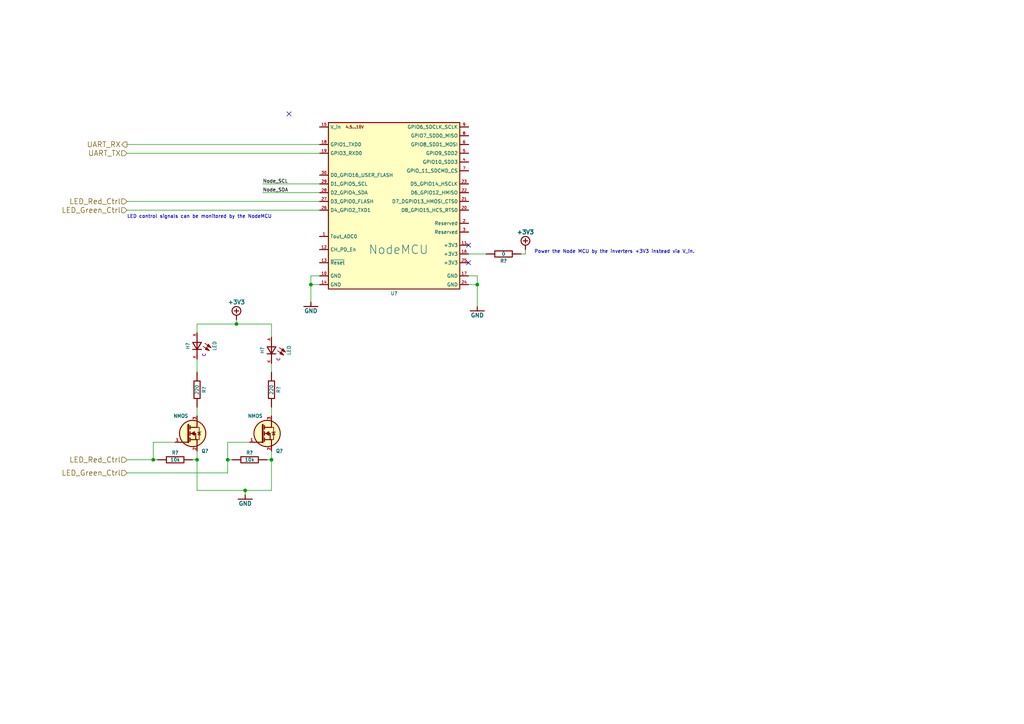
<source format=kicad_sch>
(kicad_sch (version 20211123) (generator eeschema)
  (paper "A4")
  (lib_symbols
    (symbol "NodeMCU:NodeMCU"
      (property "Reference" "U" (at 0 -25.4 0))
      (property "Value" "NodeMCU" (at 1.27 -12.7 0))
      (symbol "NodeMCU_0_0"
        (rectangle (start -19.05 24.13) (end 19.05 -24.13) (stroke (width 0.3048)) (fill (type background)))
        (polyline (pts (xy -21.59 -22.86) (xy -19.05 -22.86)) (stroke (width 0.3048)))
        (polyline (pts (xy -21.59 -20.32) (xy -19.05 -20.32)) (stroke (width 0.3048)))
        (polyline (pts (xy -21.59 -16.51) (xy -19.05 -16.51)) (stroke (width 0.3048)))
        (polyline (pts (xy -21.59 -12.7) (xy -19.05 -12.7)) (stroke (width 0.3048)))
        (polyline (pts (xy -21.59 -8.89) (xy -19.05 -8.89)) (stroke (width 0.3048)))
        (polyline (pts (xy -21.59 -1.27) (xy -19.05 -1.27)) (stroke (width 0.3048)))
        (polyline (pts (xy -21.59 1.27) (xy -19.05 1.27)) (stroke (width 0.3048)))
        (polyline (pts (xy -21.59 3.81) (xy -19.05 3.81)) (stroke (width 0.3048)))
        (polyline (pts (xy -21.59 6.35) (xy -19.05 6.35)) (stroke (width 0.3048)))
        (polyline (pts (xy -21.59 8.89) (xy -19.05 8.89)) (stroke (width 0.3048)))
        (polyline (pts (xy -21.59 15.24) (xy -19.05 15.24)) (stroke (width 0.3048)))
        (polyline (pts (xy -21.59 17.78) (xy -19.05 17.78)) (stroke (width 0.3048)))
        (polyline (pts (xy -21.59 22.86) (xy -19.05 22.86)) (stroke (width 0.3048)))
        (polyline (pts (xy 19.05 -22.86) (xy 21.59 -22.86)) (stroke (width 0.3048)))
        (polyline (pts (xy 19.05 -20.32) (xy 21.59 -20.32)) (stroke (width 0.3048)))
        (polyline (pts (xy 19.05 -16.51) (xy 21.59 -16.51)) (stroke (width 0.3048)))
        (polyline (pts (xy 19.05 -13.97) (xy 21.59 -13.97)) (stroke (width 0.3048)))
        (polyline (pts (xy 19.05 -11.43) (xy 21.59 -11.43)) (stroke (width 0.3048)))
        (polyline (pts (xy 19.05 -7.62) (xy 21.59 -7.62)) (stroke (width 0.3048)))
        (polyline (pts (xy 19.05 -5.08) (xy 21.59 -5.08)) (stroke (width 0.3048)))
        (polyline (pts (xy 19.05 -1.27) (xy 21.59 -1.27)) (stroke (width 0.3048)))
        (polyline (pts (xy 19.05 1.27) (xy 21.59 1.27)) (stroke (width 0.3048)))
        (polyline (pts (xy 19.05 3.81) (xy 21.59 3.81)) (stroke (width 0.3048)))
        (polyline (pts (xy 19.05 6.35) (xy 21.59 6.35)) (stroke (width 0.3048)))
        (polyline (pts (xy 19.05 10.16) (xy 21.59 10.16)) (stroke (width 0.3048)))
        (polyline (pts (xy 19.05 12.7) (xy 21.59 12.7)) (stroke (width 0.3048)))
        (polyline (pts (xy 19.05 15.24) (xy 21.59 15.24)) (stroke (width 0.3048)))
        (polyline (pts (xy 19.05 17.78) (xy 21.59 17.78)) (stroke (width 0.3048)))
        (polyline (pts (xy 19.05 20.32) (xy 21.59 20.32)) (stroke (width 0.3048)))
        (polyline (pts (xy 19.05 22.86) (xy 21.59 22.86)) (stroke (width 0.3048)))
        (text "4.5…10V" (at -11.43 22.86 0) (effects (font (size 0.8 0.8))))
      )
      (symbol "NodeMCU_1_1"
        (pin input line (at -21.59 -8.89 0) (length 2.54) (name "Tout_ADC0") (number "1"))
        (pin power_in line (at -21.59 -20.32 0) (length 2.54) (name "GND") (number "10"))
        (pin power_out line (at 21.59 -11.43 180) (length 2.54) (name "+3V3") (number "11"))
        (pin input line (at -21.59 -12.7 0) (length 2.54) (name "CH_PD_En") (number "12"))
        (pin input line (at -21.59 -16.51 0) (length 2.54) (name "~{Reset}") (number "13"))
        (pin power_in line (at -21.59 -22.86 0) (length 2.54) (name "GND") (number "14"))
        (pin power_in line (at -21.59 22.86 0) (length 2.54) (name "V_in") (number "15"))
        (pin power_out line (at 21.59 -13.97 180) (length 2.54) (name "+3V3") (number "16"))
        (pin power_in line (at 21.59 -20.32 180) (length 2.54) (name "GND") (number "17"))
        (pin bidirectional line (at -21.59 17.78 0) (length 2.54) (name "GPIO1_TXD0") (number "18"))
        (pin bidirectional line (at -21.59 15.24 0) (length 2.54) (name "GPIO3_RXD0") (number "19"))
        (pin passive line (at 21.59 -5.08 180) (length 2.54) (name "Reserved") (number "2"))
        (pin bidirectional line (at 21.59 -1.27 180) (length 2.54) (name "D8_GPIO15_HCS_RTS0") (number "20"))
        (pin bidirectional line (at 21.59 1.27 180) (length 2.54) (name "D7_DGPIO13_HMOSI_CTS0") (number "21"))
        (pin bidirectional line (at 21.59 3.81 180) (length 2.54) (name "D6_GPIO12_HMISO") (number "22"))
        (pin bidirectional line (at 21.59 6.35 180) (length 2.54) (name "D5_GPIO14_HSCLK") (number "23"))
        (pin power_in line (at 21.59 -22.86 180) (length 2.54) (name "GND") (number "24"))
        (pin power_out line (at 21.59 -16.51 180) (length 2.54) (name "+3V3") (number "25"))
        (pin bidirectional line (at -21.59 -1.27 0) (length 2.54) (name "D4_GPIO2_TXD1") (number "26"))
        (pin bidirectional line (at -21.59 1.27 0) (length 2.54) (name "D3_GPIO0_FLASH") (number "27"))
        (pin bidirectional line (at -21.59 3.81 0) (length 2.54) (name "D2_GPIO4_SDA") (number "28"))
        (pin bidirectional line (at -21.59 6.35 0) (length 2.54) (name "D1_GPIO5_SCL") (number "29"))
        (pin passive line (at 21.59 -7.62 180) (length 2.54) (name "Reserved") (number "3"))
        (pin bidirectional line (at -21.59 8.89 0) (length 2.54) (name "D0_GPIO16_USER_FLASH") (number "30"))
        (pin bidirectional line (at 21.59 12.7 180) (length 2.54) (name "GPIO10_SDD3") (number "4"))
        (pin bidirectional line (at 21.59 15.24 180) (length 2.54) (name "GPIO9_SDD2") (number "5"))
        (pin bidirectional line (at 21.59 17.78 180) (length 2.54) (name "GPIO8_SDD1_MOSI") (number "6"))
        (pin bidirectional line (at 21.59 10.16 180) (length 2.54) (name "GPIO_11_SDCMD_CS") (number "7"))
        (pin bidirectional line (at 21.59 20.32 180) (length 2.54) (name "GPIO7_SDD0_MISO") (number "8"))
        (pin bidirectional line (at 21.59 22.86 180) (length 2.54) (name "GPIO6_SDCLK_SCLK") (number "9"))
      )
    )
    (symbol "OSSI_standard_components:+3V3" (power) (pin_names (offset 0))
      (property "Value" "+3V3" (at 0 5.08 0))
      (symbol "+3V3_1_0"
        (polyline (pts (xy -0.635 2.54) (xy 0.635 2.54)) (stroke (width 0.3048)))
        (polyline (pts (xy 0 1.27) (xy 0 0)) (stroke (width 0.3048)))
        (polyline (pts (xy 0 3.175) (xy 0 1.905)) (stroke (width 0.3048)))
        (circle (center 0 2.54) (radius 1.27) (stroke (width 0.3048)))
        (pin power_in line (at 0 0 90) (length 0) hide (name "+3V3") (number "1"))
      )
    )
    (symbol "OSSI_standard_components:GND" (power) (pin_names (offset 0))
      (property "Value" "GND" (at 0 -2.54 0))
      (symbol "GND_0_0"
        (polyline (pts (xy -2.032 -1.27) (xy 2.032 -1.27)) (stroke (width 0.3048)))
        (polyline (pts (xy 0 -1.27) (xy 0 0)) (stroke (width 0.3048)))
        (pin power_in line (at 0 0 270) (length 0) hide (name "GND") (number "1"))
      )
    )
    (symbol "OSSI_standard_components:LED" (pin_names (offset 1.016) hide)
      (property "Reference" "H" (at 0 -2.667 0))
      (property "Value" "LED" (at 0 5.08 0))
      (property "Color" "C" (at 2.032 2.032 0))
      (symbol "LED_0_0"
        (polyline (pts (xy -0.762 2.286) (xy 0.508 4.064)) (stroke (width 0.2032)) (fill (type outline)))
        (polyline (pts (xy -3.81 0) (xy 1.016 0) (xy 3.81 0)) (stroke (width 0.3048)))
        (polyline (pts (xy 0.127 2.921) (xy -0.508 3.302) (xy 0.508 4.064) (xy 0.127 2.921)) (stroke (width 0.2032)) (fill (type outline)))
        (polyline (pts (xy 1.016 1.27) (xy 1.016 0) (xy -1.016 1.27) (xy -1.016 -1.27) (xy 1.016 0) (xy 1.016 -1.27)) (stroke (width 0.3048)))
        (pin passive line (at -3.81 0 0) (length 1.27) (name "A") (number "A"))
        (pin passive line (at 3.81 0 180) (length 1.27) (name "K") (number "K"))
      )
      (symbol "LED_1_1"
        (polyline (pts (xy 0.127 1.778) (xy 1.397 3.556)) (stroke (width 0.2032)) (fill (type outline)))
        (polyline (pts (xy 1.016 2.413) (xy 0.381 2.794) (xy 1.397 3.556) (xy 1.016 2.413)) (stroke (width 0.2032)) (fill (type outline)))
      )
    )
    (symbol "OSSI_standard_components:NMOS" (pin_names (offset 1.016) hide)
      (property "Reference" "Q" (at 0 -5.08 0))
      (property "Value" "NMOS" (at 0 5.08 0))
      (symbol "NMOS_0_0"
        (polyline (pts (xy 0 -2.54) (xy -3.81 -2.54)) (stroke (width 0.3048)))
        (polyline (pts (xy 0 2.54) (xy 0 -2.54)) (stroke (width 0.508)))
        (polyline (pts (xy 0.508 -1.27) (xy 0.508 -2.286)) (stroke (width 0.3048)))
        (polyline (pts (xy 0.508 0.508) (xy 0.508 -0.508)) (stroke (width 0.3048)))
        (polyline (pts (xy 0.508 2.286) (xy 0.508 1.27)) (stroke (width 0.3048)))
        (polyline (pts (xy 2.159 -1.778) (xy 2.159 0)) (stroke (width 0.3048)))
        (polyline (pts (xy 2.159 0) (xy 0.508 0)) (stroke (width 0.3048)))
        (polyline (pts (xy 0.508 -1.778) (xy 2.54 -1.778) (xy 2.54 -5.08)) (stroke (width 0.3048)))
        (polyline (pts (xy 0.508 1.778) (xy 2.54 1.778) (xy 2.54 5.08)) (stroke (width 0.3048)))
        (polyline (pts (xy 1.016 0) (xy 1.778 0.508) (xy 1.778 -0.508) (xy 1.016 0)) (stroke (width 0.3048)) (fill (type outline)))
        (polyline (pts (xy 2.54 -1.778) (xy 3.175 -1.778) (xy 3.175 1.778) (xy 2.54 1.778)) (stroke (width 0.2032)))
        (polyline (pts (xy 3.175 0.381) (xy 2.794 -0.381) (xy 3.556 -0.381) (xy 3.175 0.381)) (stroke (width 0.2032)))
        (polyline (pts (xy 3.683 0.508) (xy 3.556 0.381) (xy 2.794 0.381) (xy 2.667 0.254)) (stroke (width 0.2032)))
        (circle (center 1.27 0) (radius 3.81) (stroke (width 0.3048)) (fill (type background)))
        (pin input line (at -3.81 -2.54 0) (length 1.27) (name "G") (number "1"))
      )
      (symbol "NMOS_1_0"
        (pin passive line (at 2.54 -5.08 90) (length 1.27) (name "S") (number "2"))
        (pin passive line (at 2.54 5.08 270) (length 1.27) (name "D") (number "3"))
      )
    )
    (symbol "OSSI_standard_components:Resistor" (pin_numbers hide) (pin_names (offset 1.016) hide)
      (property "Reference" "R" (at 0 -2.032 0))
      (property "Value" "Resistor" (at 0 0 0))
      (symbol "Resistor_0_0"
        (rectangle (start -2.54 0.889) (end 2.54 -0.889) (stroke (width 0.3048)))
        (polyline (pts (xy -2.54 0) (xy -5.08 0)) (stroke (width 0.3048)))
        (polyline (pts (xy 5.08 0) (xy 2.54 0)) (stroke (width 0.3048)))
      )
      (symbol "Resistor_1_1"
        (pin passive line (at -5.08 0 0) (length 0) (name "1") (number "1"))
        (pin passive line (at 5.08 0 180) (length 0) (name "2") (number "2"))
      )
    )
  )
  (junction (at 68.58 93.98))
  (junction (at 71.12 142.24))
  (junction (at 44.45 133.35))
  (junction (at 90.17 82.55))
  (junction (at 66.04 133.35))
  (junction (at 138.43 82.55))
  (junction (at 57.15 133.35))
  (junction (at 78.74 133.35))
  (no_connect (at 135.89 71.12))
  (no_connect (at 135.89 76.2))
  (no_connect (at 83.82 33.02))
  (wire (pts (xy 55.88 133.35) (xy 57.15 133.35)))
  (wire (pts (xy 78.74 93.98) (xy 78.74 97.79)))
  (wire (pts (xy 57.15 133.35) (xy 57.15 130.81)))
  (wire (pts (xy 68.58 93.98) (xy 78.74 93.98)))
  (wire (pts (xy 138.43 88.9) (xy 138.43 82.55)))
  (wire (pts (xy 57.15 133.35) (xy 57.15 142.24)))
  (wire (pts (xy 57.15 107.95) (xy 57.15 104.14)))
  (wire (pts (xy 138.43 82.55) (xy 138.43 80.01)))
  (wire (pts (xy 92.71 80.01) (xy 90.17 80.01)))
  (wire (pts (xy 66.04 137.16) (xy 66.04 133.35)))
  (wire (pts (xy 71.12 142.24) (xy 71.12 143.51)))
  (wire (pts (xy 57.15 120.65) (xy 57.15 118.11)))
  (wire (pts (xy 36.83 60.96) (xy 92.71 60.96)))
  (wire (pts (xy 36.83 41.91) (xy 92.71 41.91)))
  (wire (pts (xy 76.2 53.34) (xy 92.71 53.34)))
  (wire (pts (xy 36.83 44.45) (xy 92.71 44.45)))
  (wire (pts (xy 44.45 133.35) (xy 45.72 133.35)))
  (wire (pts (xy 66.04 133.35) (xy 67.31 133.35)))
  (wire (pts (xy 78.74 118.11) (xy 78.74 120.65)))
  (wire (pts (xy 135.89 73.66) (xy 140.97 73.66)))
  (wire (pts (xy 77.47 133.35) (xy 78.74 133.35)))
  (wire (pts (xy 152.4 72.39) (xy 152.4 73.66)))
  (wire (pts (xy 152.4 73.66) (xy 151.13 73.66)))
  (wire (pts (xy 71.12 142.24) (xy 78.74 142.24)))
  (wire (pts (xy 90.17 80.01) (xy 90.17 82.55)))
  (wire (pts (xy 57.15 93.98) (xy 68.58 93.98)))
  (wire (pts (xy 57.15 96.52) (xy 57.15 93.98)))
  (wire (pts (xy 138.43 80.01) (xy 135.89 80.01)))
  (wire (pts (xy 78.74 142.24) (xy 78.74 133.35)))
  (wire (pts (xy 50.8 128.27) (xy 44.45 128.27)))
  (wire (pts (xy 57.15 142.24) (xy 71.12 142.24)))
  (wire (pts (xy 66.04 128.27) (xy 66.04 133.35)))
  (wire (pts (xy 78.74 133.35) (xy 78.74 130.81)))
  (wire (pts (xy 90.17 82.55) (xy 90.17 87.63)))
  (wire (pts (xy 36.83 137.16) (xy 66.04 137.16)))
  (wire (pts (xy 76.2 55.88) (xy 92.71 55.88)))
  (wire (pts (xy 36.83 133.35) (xy 44.45 133.35)))
  (wire (pts (xy 78.74 105.41) (xy 78.74 107.95)))
  (wire (pts (xy 72.39 128.27) (xy 66.04 128.27)))
  (wire (pts (xy 90.17 82.55) (xy 92.71 82.55)))
  (wire (pts (xy 44.45 128.27) (xy 44.45 133.35)))
  (wire (pts (xy 68.58 92.71) (xy 68.58 93.98)))
  (wire (pts (xy 36.83 58.42) (xy 92.71 58.42)))
  (wire (pts (xy 135.89 82.55) (xy 138.43 82.55)))
  (text "LED control signals can be monitored by the NodeMCU" (at 36.83 63.5 0) (effects (font (size 0.9906 0.9906)) (justify left bottom)))
  (text "Power the Node MCU by the inverters +3V3 instead via V_in.\n" (at 154.94 73.66 0) (effects (font (size 0.9906 0.9906)) (justify left bottom)))
  (label "Node_SCL" (at 76.2 53.34 0) (effects (font (size 0.9906 0.9906))))
  (label "Node_SDA" (at 76.2 55.88 0) (effects (font (size 0.9906 0.9906))))
  (hierarchical_label "LED_Red_Ctrl" (shape input) (at 36.83 133.35 180) (effects (font (size 1.524 1.524))))
  (hierarchical_label "LED_Green_Ctrl" (shape input) (at 36.83 60.96 180) (effects (font (size 1.524 1.524))))
  (hierarchical_label "LED_Green_Ctrl" (shape input) (at 36.83 137.16 180) (effects (font (size 1.524 1.524))))
  (hierarchical_label "UART_TX" (shape input) (at 36.83 44.45 180) (effects (font (size 1.524 1.524))))
  (hierarchical_label "UART_RX" (shape output) (at 36.83 41.91 180) (effects (font (size 1.524 1.524))))
  (hierarchical_label "LED_Red_Ctrl" (shape input) (at 36.83 58.42 180) (effects (font (size 1.524 1.524))))
  (symbol (lib_id "OSSI_standard_components:Resistor") (at 57.15 113.03 90) (unit 1)
    (property "Reference" "R?" (at 59.182 113.03 0) (effects (font (size 0.9906 0.9906))))
    (property "Value" "220" (at 57.15 113.03 0) (effects (font (size 0.9906 0.9906))))
    (property "Tolerance" "%" (effects hide))
    (property "Manufacturer" "M" (effects hide))
    (property "Partnumber" "P" (effects hide))
    (property "Supplier" "S" (effects hide))
    (property "Order No." "O.No." (effects hide))
  )
  (symbol (lib_id "OSSI_standard_components:LED") (at 57.15 100.33 270) (unit 1)
    (property "Reference" "H?" (at 54.483 100.33 0) (effects (font (size 0.9906 0.9906))))
    (property "Value" "LED" (at 62.23 100.33 0) (effects (font (size 0.9906 0.9906))))
    (property "Color" "C" (at 59.182 102.362 0) (effects (font (size 0.889 0.889)) (justify left)))
    (property "Manufacturer" "M" (effects hide))
    (property "Partnumber" "P" (effects hide))
    (property "Supplier" "S" (effects hide))
    (property "Order No." "O.No." (effects hide))
  )
  (symbol (lib_id "OSSI_standard_components:+3V3") (at 68.58 92.71 0) (unit 1)
    (property "Reference" "#PWR?" (effects hide))
    (property "Value" "+3V3" (at 68.58 87.63 0) (effects (font (size 1.1938 1.1938) bold)))
  )
  (symbol (lib_id "OSSI_standard_components:Resistor") (at 72.39 133.35 180) (unit 1)
    (property "Reference" "R?" (at 72.39 131.318 0) (effects (font (size 0.9906 0.9906))))
    (property "Value" "10k" (at 72.39 133.35 0) (effects (font (size 0.9906 0.9906))))
    (property "Tolerance" "%" (effects hide))
    (property "Manufacturer" "M" (effects hide))
    (property "Partnumber" "P" (effects hide))
    (property "Supplier" "S" (effects hide))
    (property "Order No." "O.No." (effects hide))
  )
  (symbol (lib_id "OSSI_standard_components:LED") (at 78.74 101.6 270) (unit 1)
    (property "Reference" "H?" (at 76.073 101.6 0) (effects (font (size 0.9906 0.9906))))
    (property "Value" "LED" (at 83.82 101.6 0) (effects (font (size 0.9906 0.9906))))
    (property "Color" "C" (at 80.772 103.632 0) (effects (font (size 0.889 0.889)) (justify left)))
    (property "Manufacturer" "M" (effects hide))
    (property "Partnumber" "P" (effects hide))
    (property "Supplier" "S" (effects hide))
    (property "Order No." "O.No." (effects hide))
  )
  (symbol (lib_id "OSSI_standard_components:Resistor") (at 146.05 73.66 0) (unit 1)
    (property "Reference" "R?" (at 146.05 75.692 0) (effects (font (size 0.9906 0.9906))))
    (property "Value" "0" (at 146.05 73.66 0) (effects (font (size 0.9906 0.9906))))
    (property "Tolerance" "%" (effects hide))
    (property "Manufacturer" "M" (effects hide))
    (property "Partnumber" "P" (effects hide))
    (property "Supplier" "S" (effects hide))
    (property "Order No." "O.No." (effects hide))
  )
  (symbol (lib_id "OSSI_standard_components:+3V3") (at 152.4 72.39 0) (unit 1)
    (property "Reference" "#PWR?" (effects hide))
    (property "Value" "+3V3" (at 152.4 67.31 0) (effects (font (size 1.1938 1.1938) bold)))
  )
  (symbol (lib_id "OSSI_standard_components:GND") (at 90.17 87.63 0) (unit 1)
    (property "Reference" "#PWR?" (effects hide))
    (property "Value" "GND" (at 90.17 90.17 0) (effects (font (size 1.1938 1.1938) bold)))
  )
  (symbol (lib_id "OSSI_standard_components:Resistor") (at 78.74 113.03 90) (unit 1)
    (property "Reference" "R?" (at 80.772 113.03 0) (effects (font (size 0.9906 0.9906))))
    (property "Value" "220" (at 78.74 113.03 0) (effects (font (size 0.9906 0.9906))))
    (property "Tolerance" "%" (effects hide))
    (property "Manufacturer" "M" (effects hide))
    (property "Partnumber" "P" (effects hide))
    (property "Supplier" "S" (effects hide))
    (property "Order No." "O.No." (effects hide))
  )
  (symbol (lib_id "NodeMCU:NodeMCU") (at 114.3 59.69 0) (unit 1)
    (property "Reference" "U?" (at 114.3 85.09 0) (effects (font (size 1 1))))
    (property "Value" "NodeMCU" (at 115.57 72.39 0) (effects (font (size 2.5 2.5))))
  )
  (symbol (lib_id "OSSI_standard_components:Resistor") (at 50.8 133.35 180) (unit 1)
    (property "Reference" "R?" (at 50.8 131.318 0) (effects (font (size 0.9906 0.9906))))
    (property "Value" "10k" (at 50.8 133.35 0) (effects (font (size 0.9906 0.9906))))
    (property "Tolerance" "%" (effects hide))
    (property "Manufacturer" "M" (effects hide))
    (property "Partnumber" "P" (effects hide))
    (property "Supplier" "S" (effects hide))
    (property "Order No." "O.No." (effects hide))
  )
  (symbol (lib_id "OSSI_standard_components:GND") (at 71.12 143.51 0) (unit 1)
    (property "Reference" "#PWR?" (effects hide))
    (property "Value" "GND" (at 71.12 146.05 0) (effects (font (size 1.1938 1.1938) bold)))
  )
  (symbol (lib_id "OSSI_standard_components:NMOS") (at 76.2 125.73 0) (unit 1)
    (property "Reference" "Q?" (at 80.01 130.81 0) (effects (font (size 0.9906 0.9906)) (justify left)))
    (property "Value" "NMOS" (at 76.2 120.65 0) (effects (font (size 0.9906 0.9906)) (justify right)))
    (property "Manufacturer" "M" (effects hide))
    (property "Partnumber" "P" (effects hide))
    (property "Supplier" "S" (effects hide))
    (property "Order No." "O.No." (effects hide))
  )
  (symbol (lib_id "OSSI_standard_components:GND") (at 138.43 88.9 0) (unit 1)
    (property "Reference" "#PWR?" (effects hide))
    (property "Value" "GND" (at 138.43 91.44 0) (effects (font (size 1.1938 1.1938) bold)))
  )
  (symbol (lib_id "OSSI_standard_components:NMOS") (at 54.61 125.73 0) (unit 1)
    (property "Reference" "Q?" (at 58.42 130.81 0) (effects (font (size 0.9906 0.9906)) (justify left)))
    (property "Value" "NMOS" (at 54.61 120.65 0) (effects (font (size 0.9906 0.9906)) (justify right)))
    (property "Manufacturer" "M" (effects hide))
    (property "Partnumber" "P" (effects hide))
    (property "Supplier" "S" (effects hide))
    (property "Order No." "O.No." (effects hide))
  )
)
</source>
